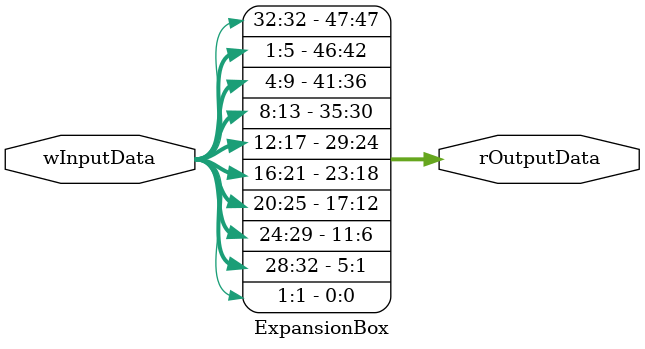
<source format=v>
/* 
 * Feistal Function Initial Permutation
 * for DES encryption algorithm 
 */

module ExpansionBox(rOutputData,wInputData);
   //input is 32 bit
   input wire [1:32] wInputData ;
   //output is 48 bit
   output reg [1:48] rOutputData ;


   //Look up table
   always @*

	  begin
rOutputData[1] <= wInputData[32];
rOutputData[2] <= wInputData[1];
rOutputData[3] <= wInputData[2];
rOutputData[4] <= wInputData[3];
rOutputData[5] <= wInputData[4];
rOutputData[6] <= wInputData[5];
rOutputData[7] <= wInputData[4];
rOutputData[8] <= wInputData[5];
rOutputData[9] <= wInputData[6];
rOutputData[10] <= wInputData[7];
rOutputData[11] <= wInputData[8];
rOutputData[12] <= wInputData[9];
rOutputData[13] <= wInputData[8];
rOutputData[14] <= wInputData[9];
rOutputData[15] <= wInputData[10];
rOutputData[16] <= wInputData[11];
rOutputData[17] <= wInputData[12];
rOutputData[18] <= wInputData[13];
rOutputData[19] <= wInputData[12];
rOutputData[20] <= wInputData[13];
rOutputData[21] <= wInputData[14];
rOutputData[22] <= wInputData[15];
 
rOutputData[23] <= wInputData[16];
rOutputData[24] <= wInputData[17];
rOutputData[25] <= wInputData[16];
rOutputData[26] <= wInputData[17];
rOutputData[27] <= wInputData[18];
rOutputData[28] <= wInputData[19];
rOutputData[29] <= wInputData[20];
rOutputData[30] <= wInputData[21];
rOutputData[31] <= wInputData[20];
rOutputData[32] <= wInputData[21];
rOutputData[33] <= wInputData[22];
rOutputData[34] <= wInputData[23];
rOutputData[35] <= wInputData[24];
rOutputData[36] <= wInputData[25];
rOutputData[37] <= wInputData[24];
rOutputData[38] <= wInputData[25];
rOutputData[39] <= wInputData[26];
rOutputData[40] <= wInputData[27];
rOutputData[41] <= wInputData[28];
rOutputData[42] <= wInputData[29];
rOutputData[43] <= wInputData[28];
rOutputData[44] <= wInputData[29];
rOutputData[45] <= wInputData[30];
rOutputData[46] <= wInputData[31];
rOutputData[47] <= wInputData[32];
 
rOutputData[48] <= wInputData[1];	

     end // always @ *
endmodule // ExpansionBox


</source>
